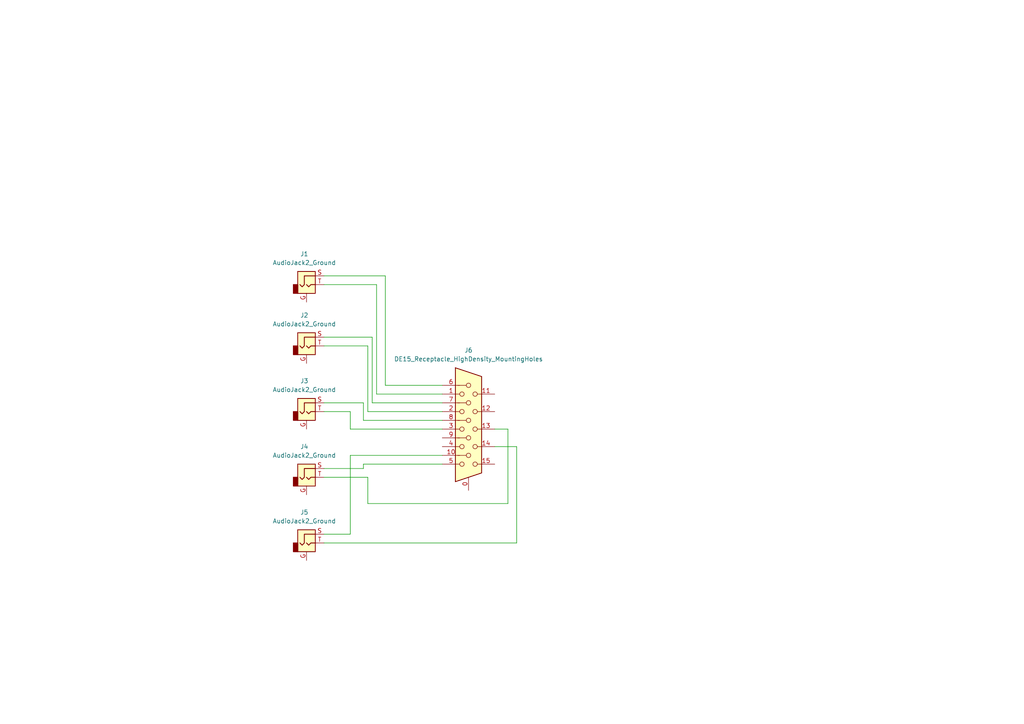
<source format=kicad_sch>
(kicad_sch (version 20231120) (generator "eeschema") (generator_version "8.0")
  (paper "A4")
  (lib_symbols
    (symbol "Connector:DE15_Receptacle_HighDensity_MountingHoles" (pin_names (offset 1.016) hide)
      (property "Reference" "J" (at 0 21.59 0))
      (property "Value" "DE15_Receptacle_HighDensity_MountingHoles" (at 0 19.05 0))
      (symbol "DE15_Receptacle_HighDensity_MountingHoles_0_1"
        (circle (center -1.905 -10.16) (radius 0.635))
        (circle (center -1.905 -5.08) (radius 0.635))
        (circle (center -1.905 0) (radius 0.635))
        (circle (center -1.905 5.08) (radius 0.635))
        (circle (center -1.905 10.16) (radius 0.635))
        (circle (center 0 -7.62) (radius 0.635))
        (circle (center 0 -2.54) (radius 0.635))
        (polyline (pts (xy -3.175 7.62) (xy -0.635 7.62)))
        (polyline (pts (xy -0.635 -7.62) (xy -3.175 -7.62)))
        (polyline (pts (xy -0.635 -2.54) (xy -3.175 -2.54)))
        (polyline (pts (xy -0.635 2.54) (xy -3.175 2.54)))
        (polyline (pts (xy -0.635 12.7) (xy -3.175 12.7)))
        (polyline (pts (xy -3.81 17.78) (xy -3.81 -15.24) (xy 3.81 -12.7) (xy 3.81 15.24) (xy -3.81 17.78)) (stroke (width 0.254)) (fill (type background)))
        (circle (center 0 2.54) (radius 0.635))
        (circle (center 0 7.62) (radius 0.635))
        (circle (center 0 12.7) (radius 0.635))
        (circle (center 1.905 -10.16) (radius 0.635))
        (circle (center 1.905 -5.08) (radius 0.635))
        (circle (center 1.905 0) (radius 0.635))
        (circle (center 1.905 5.08) (radius 0.635))
        (circle (center 1.905 10.16) (radius 0.635))
      )
      (symbol "DE15_Receptacle_HighDensity_MountingHoles_1_1"
        (pin passive line (at 0 -17.78 90) (length 3.81) (name "~") (number "0"))
        (pin passive line (at -7.62 10.16 0) (length 5.08) (name "~") (number "1"))
        (pin passive line (at -7.62 -7.62 0) (length 5.08) (name "~") (number "10"))
        (pin passive line (at 7.62 10.16 180) (length 5.08) (name "~") (number "11"))
        (pin passive line (at 7.62 5.08 180) (length 5.08) (name "~") (number "12"))
        (pin passive line (at 7.62 0 180) (length 5.08) (name "~") (number "13"))
        (pin passive line (at 7.62 -5.08 180) (length 5.08) (name "~") (number "14"))
        (pin passive line (at 7.62 -10.16 180) (length 5.08) (name "~") (number "15"))
        (pin passive line (at -7.62 5.08 0) (length 5.08) (name "~") (number "2"))
        (pin passive line (at -7.62 0 0) (length 5.08) (name "~") (number "3"))
        (pin passive line (at -7.62 -5.08 0) (length 5.08) (name "~") (number "4"))
        (pin passive line (at -7.62 -10.16 0) (length 5.08) (name "~") (number "5"))
        (pin passive line (at -7.62 12.7 0) (length 5.08) (name "~") (number "6"))
        (pin passive line (at -7.62 7.62 0) (length 5.08) (name "~") (number "7"))
        (pin passive line (at -7.62 2.54 0) (length 5.08) (name "~") (number "8"))
        (pin passive line (at -7.62 -2.54 0) (length 5.08) (name "~") (number "9"))
      )
    )
    (symbol "Connector_Audio:AudioJack2_Ground"
      (property "Reference" "J" (at 0 8.89 0))
      (property "Value" "AudioJack2_Ground" (at 0 6.35 0))
      (symbol "AudioJack2_Ground_0_1"
        (rectangle (start -2.54 -2.54) (end -3.81 0) (stroke (width 0.254)) (fill (type outline)))
        (polyline (pts (xy 0 0) (xy 0.635 -0.635) (xy 1.27 0) (xy 2.54 0)) (stroke (width 0.254)))
        (polyline (pts (xy 2.54 2.54) (xy -0.635 2.54) (xy -0.635 0) (xy -1.27 -0.635) (xy -1.905 0)) (stroke (width 0.254)))
        (rectangle (start 2.54 3.81) (end -2.54 -2.54) (stroke (width 0.254)) (fill (type background)))
      )
      (symbol "AudioJack2_Ground_1_1"
        (pin passive line (at 0 -5.08 90) (length 2.54) (name "~") (number "G"))
        (pin passive line (at 5.08 2.54 180) (length 2.54) (name "~") (number "S"))
        (pin passive line (at 5.08 0 180) (length 2.54) (name "~") (number "T"))
      )
    )
  )
  (wire (pts (xy 93.98 154.94) (xy 101.6 154.94)))
  (wire (pts (xy 147.32 146.05) (xy 106.68 146.05)))
  (wire (pts (xy 111.76 111.76) (xy 128.27 111.76)))
  (wire (pts (xy 128.27 124.46) (xy 101.6 124.46)))
  (wire (pts (xy 107.95 97.79) (xy 107.95 116.84)))
  (wire (pts (xy 106.68 119.38) (xy 106.68 100.33)))
  (wire (pts (xy 106.68 100.33) (xy 93.98 100.33)))
  (wire (pts (xy 149.86 157.48) (xy 149.86 129.54)))
  (wire (pts (xy 109.22 82.55) (xy 93.98 82.55)))
  (wire (pts (xy 105.41 121.92) (xy 128.27 121.92)))
  (wire (pts (xy 111.76 80.01) (xy 111.76 111.76)))
  (wire (pts (xy 101.6 154.94) (xy 101.6 132.08)))
  (wire (pts (xy 107.95 116.84) (xy 128.27 116.84)))
  (wire (pts (xy 101.6 132.08) (xy 128.27 132.08)))
  (wire (pts (xy 149.86 129.54) (xy 143.51 129.54)))
  (wire (pts (xy 101.6 124.46) (xy 101.6 119.38)))
  (wire (pts (xy 143.51 124.46) (xy 147.32 124.46)))
  (wire (pts (xy 109.22 114.3) (xy 109.22 82.55)))
  (wire (pts (xy 105.41 134.62) (xy 128.27 134.62)))
  (wire (pts (xy 106.68 146.05) (xy 106.68 138.43)))
  (wire (pts (xy 93.98 157.48) (xy 149.86 157.48)))
  (wire (pts (xy 101.6 119.38) (xy 93.98 119.38)))
  (wire (pts (xy 93.98 135.89) (xy 105.41 135.89)))
  (wire (pts (xy 106.68 138.43) (xy 93.98 138.43)))
  (wire (pts (xy 128.27 114.3) (xy 109.22 114.3)))
  (wire (pts (xy 105.41 135.89) (xy 105.41 134.62)))
  (wire (pts (xy 105.41 116.84) (xy 105.41 121.92)))
  (wire (pts (xy 147.32 124.46) (xy 147.32 146.05)))
  (wire (pts (xy 93.98 80.01) (xy 111.76 80.01)))
  (wire (pts (xy 93.98 97.79) (xy 107.95 97.79)))
  (wire (pts (xy 93.98 116.84) (xy 105.41 116.84)))
  (wire (pts (xy 128.27 119.38) (xy 106.68 119.38)))
  (symbol (lib_id "Connector_Audio:AudioJack2_Ground") (at 88.9 138.43 0) (unit 1)
    (property "Reference" "J4" (at 88.265 129.54 0))
    (property "Value" "AudioJack2_Ground" (at 88.265 132.08 0))
    (property "Description" "Audio Jack, 2 Poles (Mono / TS), Grounded Sleeve" (effects (hide yes)))
  )
  (symbol (lib_id "Connector_Audio:AudioJack2_Ground") (at 88.9 119.38 0) (unit 1)
    (property "Reference" "J3" (at 88.265 110.49 0))
    (property "Value" "AudioJack2_Ground" (at 88.265 113.03 0))
    (property "Description" "Audio Jack, 2 Poles (Mono / TS), Grounded Sleeve" (effects (hide yes)))
  )
  (symbol (lib_id "Connector:DE15_Receptacle_HighDensity_MountingHoles") (at 135.89 124.46 0) (unit 1)
    (property "Reference" "J6" (at 135.89 101.6 0))
    (property "Value" "DE15_Receptacle_HighDensity_MountingHoles" (at 135.89 104.14 0))
    (property "Description" "15-pin female receptacle socket D-SUB connector, High density (3 columns), Triple Row, Generic, VGA-connector, Mounting Hole" (effects (hide yes)))
  )
  (symbol (lib_id "Connector_Audio:AudioJack2_Ground") (at 88.9 157.48 0) (unit 1)
    (property "Reference" "J5" (at 88.265 148.59 0))
    (property "Value" "AudioJack2_Ground" (at 88.265 151.13 0))
    (property "Description" "Audio Jack, 2 Poles (Mono / TS), Grounded Sleeve" (effects (hide yes)))
  )
  (symbol (lib_id "Connector_Audio:AudioJack2_Ground") (at 88.9 100.33 0) (unit 1)
    (property "Reference" "J2" (at 88.265 91.44 0))
    (property "Value" "AudioJack2_Ground" (at 88.265 93.98 0))
    (property "Description" "Audio Jack, 2 Poles (Mono / TS), Grounded Sleeve" (effects (hide yes)))
  )
  (symbol (lib_id "Connector_Audio:AudioJack2_Ground") (at 88.9 82.55 0) (unit 1)
    (property "Reference" "J1" (at 88.265 73.66 0))
    (property "Value" "AudioJack2_Ground" (at 88.265 76.2 0))
    (property "Description" "Audio Jack, 2 Poles (Mono / TS), Grounded Sleeve" (effects (hide yes)))
  )
)
</source>
